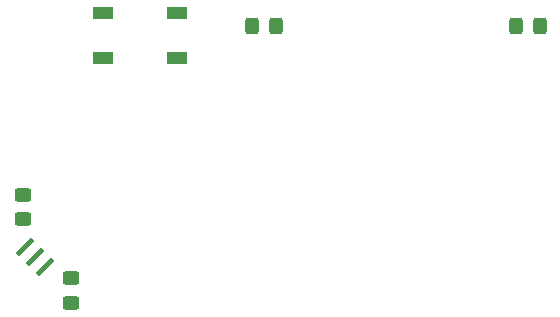
<source format=gbr>
G04 #@! TF.GenerationSoftware,KiCad,Pcbnew,(6.0.4)*
G04 #@! TF.CreationDate,2023-01-11T07:52:03+01:00*
G04 #@! TF.ProjectId,keyboard,6b657962-6f61-4726-942e-6b696361645f,rev?*
G04 #@! TF.SameCoordinates,Original*
G04 #@! TF.FileFunction,Paste,Top*
G04 #@! TF.FilePolarity,Positive*
%FSLAX46Y46*%
G04 Gerber Fmt 4.6, Leading zero omitted, Abs format (unit mm)*
G04 Created by KiCad (PCBNEW (6.0.4)) date 2023-01-11 07:52:03*
%MOMM*%
%LPD*%
G01*
G04 APERTURE LIST*
G04 Aperture macros list*
%AMRoundRect*
0 Rectangle with rounded corners*
0 $1 Rounding radius*
0 $2 $3 $4 $5 $6 $7 $8 $9 X,Y pos of 4 corners*
0 Add a 4 corners polygon primitive as box body*
4,1,4,$2,$3,$4,$5,$6,$7,$8,$9,$2,$3,0*
0 Add four circle primitives for the rounded corners*
1,1,$1+$1,$2,$3*
1,1,$1+$1,$4,$5*
1,1,$1+$1,$6,$7*
1,1,$1+$1,$8,$9*
0 Add four rect primitives between the rounded corners*
20,1,$1+$1,$2,$3,$4,$5,0*
20,1,$1+$1,$4,$5,$6,$7,0*
20,1,$1+$1,$6,$7,$8,$9,0*
20,1,$1+$1,$8,$9,$2,$3,0*%
%AMRotRect*
0 Rectangle, with rotation*
0 The origin of the aperture is its center*
0 $1 length*
0 $2 width*
0 $3 Rotation angle, in degrees counterclockwise*
0 Add horizontal line*
21,1,$1,$2,0,0,$3*%
G04 Aperture macros list end*
%ADD10RoundRect,0.250000X0.450000X-0.325000X0.450000X0.325000X-0.450000X0.325000X-0.450000X-0.325000X0*%
%ADD11RoundRect,0.250000X-0.450000X0.325000X-0.450000X-0.325000X0.450000X-0.325000X0.450000X0.325000X0*%
%ADD12R,1.700000X1.000000*%
%ADD13RotRect,0.400000X1.900000X315.000000*%
%ADD14RoundRect,0.250000X-0.325000X-0.450000X0.325000X-0.450000X0.325000X0.450000X-0.325000X0.450000X0*%
G04 APERTURE END LIST*
D10*
X66000000Y-84825000D03*
X66000000Y-82775000D03*
D11*
X70100000Y-89875000D03*
X70100000Y-91925000D03*
D12*
X79050000Y-67400000D03*
X72750000Y-67400000D03*
X72750000Y-71200000D03*
X79050000Y-71200000D03*
D13*
X66151472Y-87251472D03*
X67000000Y-88100000D03*
X67848528Y-88948528D03*
D14*
X85395001Y-68520001D03*
X87445001Y-68520001D03*
X107725000Y-68500000D03*
X109775000Y-68500000D03*
M02*

</source>
